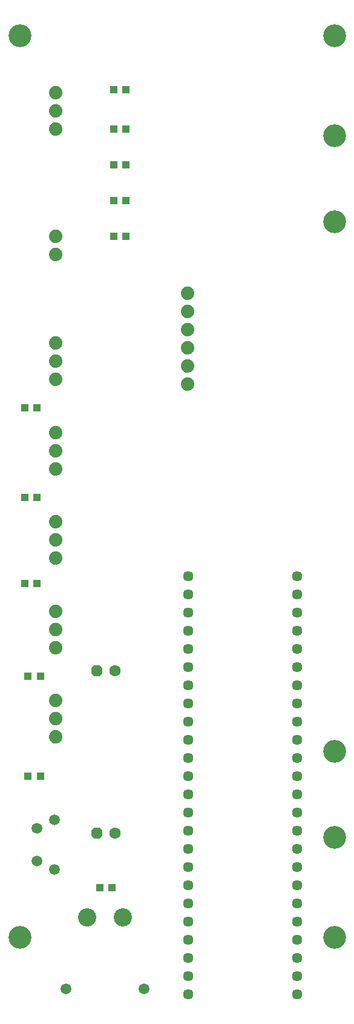
<source format=gbr>
G04 EAGLE Gerber RS-274X export*
G75*
%MOMM*%
%FSLAX34Y34*%
%LPD*%
%INSoldermask Top*%
%IPPOS*%
%AMOC8*
5,1,8,0,0,1.08239X$1,22.5*%
G01*
%ADD10C,3.200000*%
%ADD11C,1.447800*%
%ADD12C,1.879600*%
%ADD13C,2.550000*%
%ADD14C,1.500000*%
%ADD15R,1.100000X1.000000*%
%ADD16P,1.732040X8X202.500000*%
%ADD17C,1.600200*%


D10*
X30000Y1380000D03*
X470000Y1380000D03*
X470000Y120000D03*
X30000Y120000D03*
X470000Y260000D03*
X470000Y380000D03*
X470000Y1240000D03*
X470000Y1120000D03*
D11*
X417800Y40400D03*
X417800Y65800D03*
X417800Y91200D03*
X417800Y116600D03*
X417800Y142000D03*
X417800Y167400D03*
X417800Y192800D03*
X417800Y218200D03*
X417800Y243600D03*
X417800Y269000D03*
X417800Y294400D03*
X417800Y319800D03*
X417800Y345200D03*
X417800Y370600D03*
X417800Y421400D03*
X417800Y446800D03*
X417800Y472200D03*
X417800Y497600D03*
X265400Y370600D03*
X265400Y345200D03*
X265400Y319800D03*
X265400Y294400D03*
X265400Y269000D03*
X265400Y243600D03*
X265400Y218200D03*
X265400Y192800D03*
X265400Y167400D03*
X265400Y142000D03*
X265400Y116600D03*
X265400Y91200D03*
X265400Y65800D03*
X265400Y40400D03*
X417800Y396000D03*
X265400Y497600D03*
X265400Y472200D03*
X265400Y446800D03*
X265400Y421400D03*
X265400Y396000D03*
X417800Y523000D03*
X417800Y548400D03*
X417800Y573800D03*
X417800Y599200D03*
X417800Y624600D03*
X265400Y624600D03*
X265400Y523000D03*
X265400Y548400D03*
X265400Y573800D03*
X265400Y599200D03*
D12*
X264600Y1020100D03*
X264600Y994700D03*
X264600Y969300D03*
X264600Y943900D03*
X264600Y918500D03*
X264600Y893100D03*
D13*
X174100Y148020D03*
X124100Y148020D03*
D14*
X94100Y48020D03*
X204100Y48020D03*
D15*
X158500Y190000D03*
X141500Y190000D03*
D16*
X137300Y493000D03*
D17*
X162700Y493000D03*
D16*
X137300Y265691D03*
D17*
X162700Y265691D03*
D14*
X53500Y272200D03*
X53500Y227200D03*
X78500Y284700D03*
X78500Y214700D03*
D12*
X80000Y1250000D03*
X80000Y1275400D03*
X80000Y1300800D03*
X80000Y1100000D03*
X80000Y1074600D03*
X80000Y900000D03*
X80000Y925400D03*
X80000Y950800D03*
X80000Y775000D03*
X80000Y800400D03*
X80000Y825800D03*
X80000Y650000D03*
X80000Y675400D03*
X80000Y700800D03*
X80000Y525000D03*
X80000Y550400D03*
X80000Y575800D03*
X80000Y400000D03*
X80000Y425400D03*
X80000Y450800D03*
D15*
X53500Y860000D03*
X36500Y860000D03*
X53500Y735000D03*
X36500Y735000D03*
X53500Y615000D03*
X36500Y615000D03*
X58500Y485000D03*
X41500Y485000D03*
X58500Y345000D03*
X41500Y345000D03*
X178500Y1100000D03*
X161500Y1100000D03*
X178500Y1150000D03*
X161500Y1150000D03*
X178500Y1200000D03*
X161500Y1200000D03*
X178500Y1250000D03*
X161500Y1250000D03*
X178500Y1305000D03*
X161500Y1305000D03*
M02*

</source>
